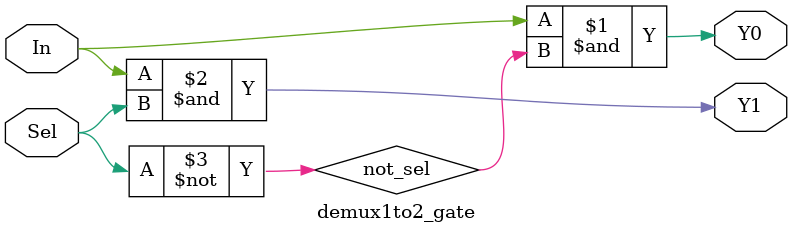
<source format=v>

module demux1to2_beh (
    input In,
    input Sel,
    output Y0,
    output Y1
);
    // If Sel is 0, send In to Y0, else Y0 is 0
    assign Y0 = (Sel == 0) ? In : 0;
    // If Sel is 1, send In to Y1, else Y1 is 0
    assign Y1 = (Sel == 1) ? In : 0;
endmodule

// Method 2: Gate-Level
module demux1to2_gate (
    input In,
    input Sel,
    output Y0,
    output Y1
);
    wire not_sel;

    not (not_sel, Sel);
    and (Y0, In, not_sel); // Pass 'In' to Y0 only if Sel is 0
    and (Y1, In, Sel);     // Pass 'In' to Y1 only if Sel is 1
endmodule

</source>
